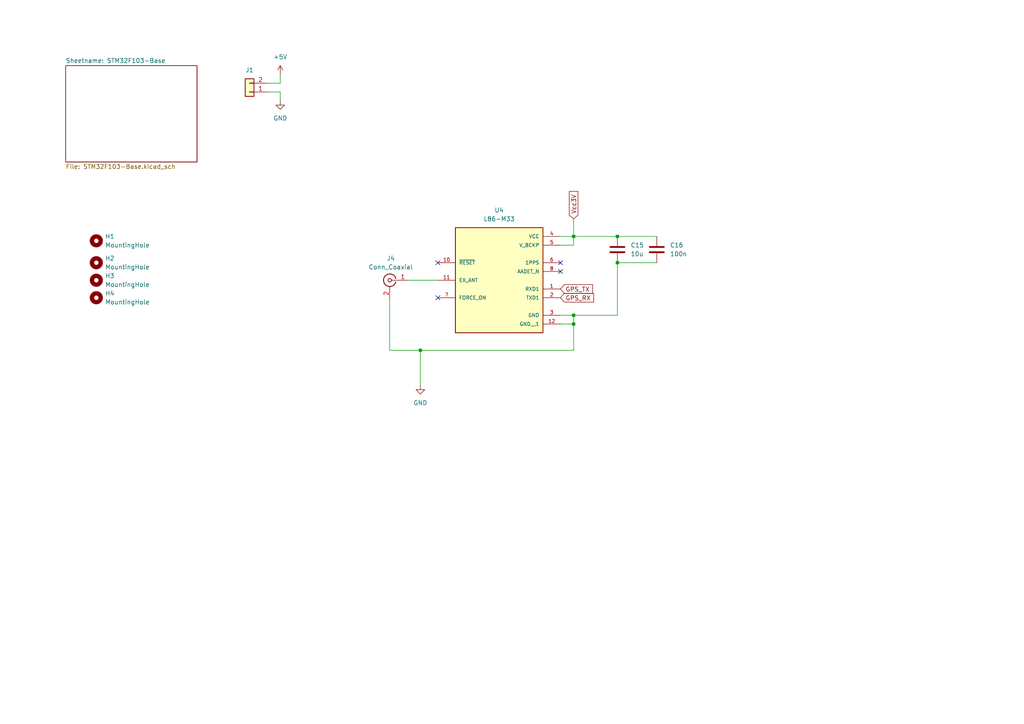
<source format=kicad_sch>
(kicad_sch
	(version 20250114)
	(generator "eeschema")
	(generator_version "9.0")
	(uuid "b861d50b-e299-45b1-8ac6-b063666949ca")
	(paper "A4")
	(lib_symbols
		(symbol "Connector:Conn_Coaxial"
			(pin_names
				(offset 1.016)
				(hide yes)
			)
			(exclude_from_sim no)
			(in_bom yes)
			(on_board yes)
			(property "Reference" "J"
				(at 0.254 3.048 0)
				(effects
					(font
						(size 1.27 1.27)
					)
				)
			)
			(property "Value" "Conn_Coaxial"
				(at 2.921 0 90)
				(effects
					(font
						(size 1.27 1.27)
					)
				)
			)
			(property "Footprint" ""
				(at 0 0 0)
				(effects
					(font
						(size 1.27 1.27)
					)
					(hide yes)
				)
			)
			(property "Datasheet" "~"
				(at 0 0 0)
				(effects
					(font
						(size 1.27 1.27)
					)
					(hide yes)
				)
			)
			(property "Description" "coaxial connector (BNC, SMA, SMB, SMC, Cinch/RCA, LEMO, ...)"
				(at 0 0 0)
				(effects
					(font
						(size 1.27 1.27)
					)
					(hide yes)
				)
			)
			(property "ki_keywords" "BNC SMA SMB SMC LEMO coaxial connector CINCH RCA MCX MMCX U.FL UMRF"
				(at 0 0 0)
				(effects
					(font
						(size 1.27 1.27)
					)
					(hide yes)
				)
			)
			(property "ki_fp_filters" "*BNC* *SMA* *SMB* *SMC* *Cinch* *LEMO* *UMRF* *MCX* *U.FL*"
				(at 0 0 0)
				(effects
					(font
						(size 1.27 1.27)
					)
					(hide yes)
				)
			)
			(symbol "Conn_Coaxial_0_1"
				(polyline
					(pts
						(xy -2.54 0) (xy -0.508 0)
					)
					(stroke
						(width 0)
						(type default)
					)
					(fill
						(type none)
					)
				)
				(arc
					(start 1.778 0)
					(mid 0.222 -1.8079)
					(end -1.778 -0.508)
					(stroke
						(width 0.254)
						(type default)
					)
					(fill
						(type none)
					)
				)
				(arc
					(start -1.778 0.508)
					(mid 0.2221 1.8084)
					(end 1.778 0)
					(stroke
						(width 0.254)
						(type default)
					)
					(fill
						(type none)
					)
				)
				(circle
					(center 0 0)
					(radius 0.508)
					(stroke
						(width 0.2032)
						(type default)
					)
					(fill
						(type none)
					)
				)
				(polyline
					(pts
						(xy 0 -2.54) (xy 0 -1.778)
					)
					(stroke
						(width 0)
						(type default)
					)
					(fill
						(type none)
					)
				)
			)
			(symbol "Conn_Coaxial_1_1"
				(pin passive line
					(at -5.08 0 0)
					(length 2.54)
					(name "In"
						(effects
							(font
								(size 1.27 1.27)
							)
						)
					)
					(number "1"
						(effects
							(font
								(size 1.27 1.27)
							)
						)
					)
				)
				(pin passive line
					(at 0 -5.08 90)
					(length 2.54)
					(name "Ext"
						(effects
							(font
								(size 1.27 1.27)
							)
						)
					)
					(number "2"
						(effects
							(font
								(size 1.27 1.27)
							)
						)
					)
				)
			)
			(embedded_fonts no)
		)
		(symbol "Connector_Generic:Conn_01x02"
			(pin_names
				(offset 1.016)
				(hide yes)
			)
			(exclude_from_sim no)
			(in_bom yes)
			(on_board yes)
			(property "Reference" "J"
				(at 0 2.54 0)
				(effects
					(font
						(size 1.27 1.27)
					)
				)
			)
			(property "Value" "Conn_01x02"
				(at 0 -5.08 0)
				(effects
					(font
						(size 1.27 1.27)
					)
				)
			)
			(property "Footprint" ""
				(at 0 0 0)
				(effects
					(font
						(size 1.27 1.27)
					)
					(hide yes)
				)
			)
			(property "Datasheet" "~"
				(at 0 0 0)
				(effects
					(font
						(size 1.27 1.27)
					)
					(hide yes)
				)
			)
			(property "Description" "Generic connector, single row, 01x02, script generated (kicad-library-utils/schlib/autogen/connector/)"
				(at 0 0 0)
				(effects
					(font
						(size 1.27 1.27)
					)
					(hide yes)
				)
			)
			(property "ki_keywords" "connector"
				(at 0 0 0)
				(effects
					(font
						(size 1.27 1.27)
					)
					(hide yes)
				)
			)
			(property "ki_fp_filters" "Connector*:*_1x??_*"
				(at 0 0 0)
				(effects
					(font
						(size 1.27 1.27)
					)
					(hide yes)
				)
			)
			(symbol "Conn_01x02_1_1"
				(rectangle
					(start -1.27 1.27)
					(end 1.27 -3.81)
					(stroke
						(width 0.254)
						(type default)
					)
					(fill
						(type background)
					)
				)
				(rectangle
					(start -1.27 0.127)
					(end 0 -0.127)
					(stroke
						(width 0.1524)
						(type default)
					)
					(fill
						(type none)
					)
				)
				(rectangle
					(start -1.27 -2.413)
					(end 0 -2.667)
					(stroke
						(width 0.1524)
						(type default)
					)
					(fill
						(type none)
					)
				)
				(pin passive line
					(at -5.08 0 0)
					(length 3.81)
					(name "Pin_1"
						(effects
							(font
								(size 1.27 1.27)
							)
						)
					)
					(number "1"
						(effects
							(font
								(size 1.27 1.27)
							)
						)
					)
				)
				(pin passive line
					(at -5.08 -2.54 0)
					(length 3.81)
					(name "Pin_2"
						(effects
							(font
								(size 1.27 1.27)
							)
						)
					)
					(number "2"
						(effects
							(font
								(size 1.27 1.27)
							)
						)
					)
				)
			)
			(embedded_fonts no)
		)
		(symbol "Device:C"
			(pin_numbers
				(hide yes)
			)
			(pin_names
				(offset 0.254)
			)
			(exclude_from_sim no)
			(in_bom yes)
			(on_board yes)
			(property "Reference" "C"
				(at 0.635 2.54 0)
				(effects
					(font
						(size 1.27 1.27)
					)
					(justify left)
				)
			)
			(property "Value" "C"
				(at 0.635 -2.54 0)
				(effects
					(font
						(size 1.27 1.27)
					)
					(justify left)
				)
			)
			(property "Footprint" ""
				(at 0.9652 -3.81 0)
				(effects
					(font
						(size 1.27 1.27)
					)
					(hide yes)
				)
			)
			(property "Datasheet" "~"
				(at 0 0 0)
				(effects
					(font
						(size 1.27 1.27)
					)
					(hide yes)
				)
			)
			(property "Description" "Unpolarized capacitor"
				(at 0 0 0)
				(effects
					(font
						(size 1.27 1.27)
					)
					(hide yes)
				)
			)
			(property "ki_keywords" "cap capacitor"
				(at 0 0 0)
				(effects
					(font
						(size 1.27 1.27)
					)
					(hide yes)
				)
			)
			(property "ki_fp_filters" "C_*"
				(at 0 0 0)
				(effects
					(font
						(size 1.27 1.27)
					)
					(hide yes)
				)
			)
			(symbol "C_0_1"
				(polyline
					(pts
						(xy -2.032 0.762) (xy 2.032 0.762)
					)
					(stroke
						(width 0.508)
						(type default)
					)
					(fill
						(type none)
					)
				)
				(polyline
					(pts
						(xy -2.032 -0.762) (xy 2.032 -0.762)
					)
					(stroke
						(width 0.508)
						(type default)
					)
					(fill
						(type none)
					)
				)
			)
			(symbol "C_1_1"
				(pin passive line
					(at 0 3.81 270)
					(length 2.794)
					(name "~"
						(effects
							(font
								(size 1.27 1.27)
							)
						)
					)
					(number "1"
						(effects
							(font
								(size 1.27 1.27)
							)
						)
					)
				)
				(pin passive line
					(at 0 -3.81 90)
					(length 2.794)
					(name "~"
						(effects
							(font
								(size 1.27 1.27)
							)
						)
					)
					(number "2"
						(effects
							(font
								(size 1.27 1.27)
							)
						)
					)
				)
			)
			(embedded_fonts no)
		)
		(symbol "GPS:L86-M33"
			(pin_names
				(offset 1.016)
			)
			(exclude_from_sim no)
			(in_bom yes)
			(on_board yes)
			(property "Reference" "U"
				(at -12.7042 12.7042 0)
				(effects
					(font
						(size 1.27 1.27)
					)
					(justify left bottom)
				)
			)
			(property "Value" "L86-M33"
				(at -12.7212 -20.3497 0)
				(effects
					(font
						(size 1.27 1.27)
					)
					(justify left bottom)
				)
			)
			(property "Footprint" "L86-M33:XCVR_L86-M33"
				(at 0 0 0)
				(effects
					(font
						(size 1.27 1.27)
					)
					(justify bottom)
					(hide yes)
				)
			)
			(property "Datasheet" ""
				(at 0 0 0)
				(effects
					(font
						(size 1.27 1.27)
					)
					(hide yes)
				)
			)
			(property "Description" "L86 is an ultra-compact GNSS POT _Patch on Top_ module with an embedded 18.4mm × 18.4mm × 4.0mm patch antenna and utilizes the MediaTek new generation GNSS chipset MT3333 that achieves the perfect performance"
				(at 0 0 0)
				(effects
					(font
						(size 1.27 1.27)
					)
					(justify bottom)
					(hide yes)
				)
			)
			(property "MF" "Quectel"
				(at 0 0 0)
				(effects
					(font
						(size 1.27 1.27)
					)
					(justify bottom)
					(hide yes)
				)
			)
			(property "PACKAGE" "None"
				(at 0 0 0)
				(effects
					(font
						(size 1.27 1.27)
					)
					(justify bottom)
					(hide yes)
				)
			)
			(property "PRICE" "None"
				(at 0 0 0)
				(effects
					(font
						(size 1.27 1.27)
					)
					(justify bottom)
					(hide yes)
				)
			)
			(property "MP" "L86"
				(at 0 0 0)
				(effects
					(font
						(size 1.27 1.27)
					)
					(justify bottom)
					(hide yes)
				)
			)
			(property "AVAILABILITY" "Unavailable"
				(at 0 0 0)
				(effects
					(font
						(size 1.27 1.27)
					)
					(justify bottom)
					(hide yes)
				)
			)
			(symbol "L86-M33_0_0"
				(rectangle
					(start -12.7 -17.78)
					(end 12.7 12.7)
					(stroke
						(width 0.254)
						(type default)
					)
					(fill
						(type background)
					)
				)
				(pin input line
					(at -17.78 2.54 0)
					(length 5.08)
					(name "~{RESET}"
						(effects
							(font
								(size 1.016 1.016)
							)
						)
					)
					(number "10"
						(effects
							(font
								(size 1.016 1.016)
							)
						)
					)
				)
				(pin input line
					(at -17.78 -2.54 0)
					(length 5.08)
					(name "EX_ANT"
						(effects
							(font
								(size 1.016 1.016)
							)
						)
					)
					(number "11"
						(effects
							(font
								(size 1.016 1.016)
							)
						)
					)
				)
				(pin input line
					(at -17.78 -7.62 0)
					(length 5.08)
					(name "FORCE_ON"
						(effects
							(font
								(size 1.016 1.016)
							)
						)
					)
					(number "7"
						(effects
							(font
								(size 1.016 1.016)
							)
						)
					)
				)
				(pin power_in line
					(at 17.78 10.16 180)
					(length 5.08)
					(name "VCC"
						(effects
							(font
								(size 1.016 1.016)
							)
						)
					)
					(number "4"
						(effects
							(font
								(size 1.016 1.016)
							)
						)
					)
				)
				(pin power_in line
					(at 17.78 7.62 180)
					(length 5.08)
					(name "V_BCKP"
						(effects
							(font
								(size 1.016 1.016)
							)
						)
					)
					(number "5"
						(effects
							(font
								(size 1.016 1.016)
							)
						)
					)
				)
				(pin output line
					(at 17.78 2.54 180)
					(length 5.08)
					(name "1PPS"
						(effects
							(font
								(size 1.016 1.016)
							)
						)
					)
					(number "6"
						(effects
							(font
								(size 1.016 1.016)
							)
						)
					)
				)
				(pin output line
					(at 17.78 0 180)
					(length 5.08)
					(name "AADET_N"
						(effects
							(font
								(size 1.016 1.016)
							)
						)
					)
					(number "8"
						(effects
							(font
								(size 1.016 1.016)
							)
						)
					)
				)
				(pin input line
					(at 17.78 -5.08 180)
					(length 5.08)
					(name "RXD1"
						(effects
							(font
								(size 1.016 1.016)
							)
						)
					)
					(number "1"
						(effects
							(font
								(size 1.016 1.016)
							)
						)
					)
				)
				(pin output line
					(at 17.78 -7.62 180)
					(length 5.08)
					(name "TXD1"
						(effects
							(font
								(size 1.016 1.016)
							)
						)
					)
					(number "2"
						(effects
							(font
								(size 1.016 1.016)
							)
						)
					)
				)
				(pin passive line
					(at 17.78 -12.7 180)
					(length 5.08)
					(name "GND"
						(effects
							(font
								(size 1.016 1.016)
							)
						)
					)
					(number "3"
						(effects
							(font
								(size 1.016 1.016)
							)
						)
					)
				)
				(pin passive line
					(at 17.78 -15.24 180)
					(length 5.08)
					(name "GND__1"
						(effects
							(font
								(size 1.016 1.016)
							)
						)
					)
					(number "12"
						(effects
							(font
								(size 1.016 1.016)
							)
						)
					)
				)
			)
			(embedded_fonts no)
		)
		(symbol "Mechanical:MountingHole"
			(pin_names
				(offset 1.016)
			)
			(exclude_from_sim yes)
			(in_bom no)
			(on_board yes)
			(property "Reference" "H"
				(at 0 5.08 0)
				(effects
					(font
						(size 1.27 1.27)
					)
				)
			)
			(property "Value" "MountingHole"
				(at 0 3.175 0)
				(effects
					(font
						(size 1.27 1.27)
					)
				)
			)
			(property "Footprint" ""
				(at 0 0 0)
				(effects
					(font
						(size 1.27 1.27)
					)
					(hide yes)
				)
			)
			(property "Datasheet" "~"
				(at 0 0 0)
				(effects
					(font
						(size 1.27 1.27)
					)
					(hide yes)
				)
			)
			(property "Description" "Mounting Hole without connection"
				(at 0 0 0)
				(effects
					(font
						(size 1.27 1.27)
					)
					(hide yes)
				)
			)
			(property "ki_keywords" "mounting hole"
				(at 0 0 0)
				(effects
					(font
						(size 1.27 1.27)
					)
					(hide yes)
				)
			)
			(property "ki_fp_filters" "MountingHole*"
				(at 0 0 0)
				(effects
					(font
						(size 1.27 1.27)
					)
					(hide yes)
				)
			)
			(symbol "MountingHole_0_1"
				(circle
					(center 0 0)
					(radius 1.27)
					(stroke
						(width 1.27)
						(type default)
					)
					(fill
						(type none)
					)
				)
			)
			(embedded_fonts no)
		)
		(symbol "power:+5V"
			(power)
			(pin_numbers
				(hide yes)
			)
			(pin_names
				(offset 0)
				(hide yes)
			)
			(exclude_from_sim no)
			(in_bom yes)
			(on_board yes)
			(property "Reference" "#PWR"
				(at 0 -3.81 0)
				(effects
					(font
						(size 1.27 1.27)
					)
					(hide yes)
				)
			)
			(property "Value" "+5V"
				(at 0 3.556 0)
				(effects
					(font
						(size 1.27 1.27)
					)
				)
			)
			(property "Footprint" ""
				(at 0 0 0)
				(effects
					(font
						(size 1.27 1.27)
					)
					(hide yes)
				)
			)
			(property "Datasheet" ""
				(at 0 0 0)
				(effects
					(font
						(size 1.27 1.27)
					)
					(hide yes)
				)
			)
			(property "Description" "Power symbol creates a global label with name \"+5V\""
				(at 0 0 0)
				(effects
					(font
						(size 1.27 1.27)
					)
					(hide yes)
				)
			)
			(property "ki_keywords" "global power"
				(at 0 0 0)
				(effects
					(font
						(size 1.27 1.27)
					)
					(hide yes)
				)
			)
			(symbol "+5V_0_1"
				(polyline
					(pts
						(xy -0.762 1.27) (xy 0 2.54)
					)
					(stroke
						(width 0)
						(type default)
					)
					(fill
						(type none)
					)
				)
				(polyline
					(pts
						(xy 0 2.54) (xy 0.762 1.27)
					)
					(stroke
						(width 0)
						(type default)
					)
					(fill
						(type none)
					)
				)
				(polyline
					(pts
						(xy 0 0) (xy 0 2.54)
					)
					(stroke
						(width 0)
						(type default)
					)
					(fill
						(type none)
					)
				)
			)
			(symbol "+5V_1_1"
				(pin power_in line
					(at 0 0 90)
					(length 0)
					(name "~"
						(effects
							(font
								(size 1.27 1.27)
							)
						)
					)
					(number "1"
						(effects
							(font
								(size 1.27 1.27)
							)
						)
					)
				)
			)
			(embedded_fonts no)
		)
		(symbol "power:GND"
			(power)
			(pin_numbers
				(hide yes)
			)
			(pin_names
				(offset 0)
				(hide yes)
			)
			(exclude_from_sim no)
			(in_bom yes)
			(on_board yes)
			(property "Reference" "#PWR"
				(at 0 -6.35 0)
				(effects
					(font
						(size 1.27 1.27)
					)
					(hide yes)
				)
			)
			(property "Value" "GND"
				(at 0 -3.81 0)
				(effects
					(font
						(size 1.27 1.27)
					)
				)
			)
			(property "Footprint" ""
				(at 0 0 0)
				(effects
					(font
						(size 1.27 1.27)
					)
					(hide yes)
				)
			)
			(property "Datasheet" ""
				(at 0 0 0)
				(effects
					(font
						(size 1.27 1.27)
					)
					(hide yes)
				)
			)
			(property "Description" "Power symbol creates a global label with name \"GND\" , ground"
				(at 0 0 0)
				(effects
					(font
						(size 1.27 1.27)
					)
					(hide yes)
				)
			)
			(property "ki_keywords" "global power"
				(at 0 0 0)
				(effects
					(font
						(size 1.27 1.27)
					)
					(hide yes)
				)
			)
			(symbol "GND_0_1"
				(polyline
					(pts
						(xy 0 0) (xy 0 -1.27) (xy 1.27 -1.27) (xy 0 -2.54) (xy -1.27 -1.27) (xy 0 -1.27)
					)
					(stroke
						(width 0)
						(type default)
					)
					(fill
						(type none)
					)
				)
			)
			(symbol "GND_1_1"
				(pin power_in line
					(at 0 0 270)
					(length 0)
					(name "~"
						(effects
							(font
								(size 1.27 1.27)
							)
						)
					)
					(number "1"
						(effects
							(font
								(size 1.27 1.27)
							)
						)
					)
				)
			)
			(embedded_fonts no)
		)
	)
	(junction
		(at 179.07 76.2)
		(diameter 0)
		(color 0 0 0 0)
		(uuid "21b8b39f-9346-4956-9bbc-f2135b92c9da")
	)
	(junction
		(at 166.37 91.44)
		(diameter 0)
		(color 0 0 0 0)
		(uuid "56cf4524-557d-4106-90c6-fa7173875250")
	)
	(junction
		(at 166.37 68.58)
		(diameter 0)
		(color 0 0 0 0)
		(uuid "74e6db9f-2871-4aea-9aea-9577b9bb7964")
	)
	(junction
		(at 179.07 68.58)
		(diameter 0)
		(color 0 0 0 0)
		(uuid "75a4692b-d793-440e-94cf-0d26a7037ab6")
	)
	(junction
		(at 166.37 93.98)
		(diameter 0)
		(color 0 0 0 0)
		(uuid "7a2c7009-d11f-47cb-aeaa-284dab61fc47")
	)
	(junction
		(at 121.92 101.6)
		(diameter 0)
		(color 0 0 0 0)
		(uuid "f5ccf3b3-ab17-45b6-a951-16a333497d2d")
	)
	(no_connect
		(at 127 76.2)
		(uuid "2174ede5-8db4-44ad-8821-b69679d1a5ff")
	)
	(no_connect
		(at 162.56 78.74)
		(uuid "59fdff5e-0a65-4c80-afd3-914e51e67dce")
	)
	(no_connect
		(at 162.56 76.2)
		(uuid "9e03b6de-d391-4d5b-86f9-145f65e28c68")
	)
	(no_connect
		(at 127 86.36)
		(uuid "d6e6d703-9e76-4a55-8b02-3a3b66a0b52e")
	)
	(wire
		(pts
			(xy 166.37 101.6) (xy 166.37 93.98)
		)
		(stroke
			(width 0)
			(type default)
		)
		(uuid "0beb5290-56f2-4ce8-8200-d366b65e40a9")
	)
	(wire
		(pts
			(xy 77.47 24.13) (xy 81.28 24.13)
		)
		(stroke
			(width 0)
			(type default)
		)
		(uuid "10e82128-6261-4894-9ab9-e2a52697988a")
	)
	(wire
		(pts
			(xy 162.56 93.98) (xy 166.37 93.98)
		)
		(stroke
			(width 0)
			(type default)
		)
		(uuid "19894934-62d2-4364-a20b-70aa301a6154")
	)
	(wire
		(pts
			(xy 162.56 71.12) (xy 166.37 71.12)
		)
		(stroke
			(width 0)
			(type default)
		)
		(uuid "22b88430-a772-44fe-9c34-34dbc403fe41")
	)
	(wire
		(pts
			(xy 179.07 91.44) (xy 166.37 91.44)
		)
		(stroke
			(width 0)
			(type default)
		)
		(uuid "24ef7035-218d-414f-b66a-af0a431f62ae")
	)
	(wire
		(pts
			(xy 166.37 63.5) (xy 166.37 68.58)
		)
		(stroke
			(width 0)
			(type default)
		)
		(uuid "299794d3-c4ad-4c1b-ad69-f0fca6180684")
	)
	(wire
		(pts
			(xy 166.37 68.58) (xy 179.07 68.58)
		)
		(stroke
			(width 0)
			(type default)
		)
		(uuid "42a17dae-1834-441a-a4ef-c932be53f65b")
	)
	(wire
		(pts
			(xy 179.07 76.2) (xy 190.5 76.2)
		)
		(stroke
			(width 0)
			(type default)
		)
		(uuid "43c36ade-d03a-4c5e-8e89-26cd6d171ba4")
	)
	(wire
		(pts
			(xy 121.92 101.6) (xy 121.92 111.76)
		)
		(stroke
			(width 0)
			(type default)
		)
		(uuid "4e906a58-74eb-4f68-80c0-c174580bdf44")
	)
	(wire
		(pts
			(xy 121.92 101.6) (xy 166.37 101.6)
		)
		(stroke
			(width 0)
			(type default)
		)
		(uuid "74e83d99-4320-45c5-9d2b-6e705fd26406")
	)
	(wire
		(pts
			(xy 166.37 91.44) (xy 166.37 93.98)
		)
		(stroke
			(width 0)
			(type default)
		)
		(uuid "777ea568-dff0-4bf3-b84b-39f8647e84ca")
	)
	(wire
		(pts
			(xy 166.37 71.12) (xy 166.37 68.58)
		)
		(stroke
			(width 0)
			(type default)
		)
		(uuid "7fdf9e9c-a27a-4973-b295-37e023ba71ab")
	)
	(wire
		(pts
			(xy 179.07 68.58) (xy 190.5 68.58)
		)
		(stroke
			(width 0)
			(type default)
		)
		(uuid "840aec24-3b74-4609-9231-703112c5af54")
	)
	(wire
		(pts
			(xy 113.03 86.36) (xy 113.03 101.6)
		)
		(stroke
			(width 0)
			(type default)
		)
		(uuid "b620db97-dc64-4755-a850-21c960c4771a")
	)
	(wire
		(pts
			(xy 118.11 81.28) (xy 127 81.28)
		)
		(stroke
			(width 0)
			(type default)
		)
		(uuid "bd046cc4-ffb6-4134-8fff-eee8d6d75267")
	)
	(wire
		(pts
			(xy 166.37 91.44) (xy 162.56 91.44)
		)
		(stroke
			(width 0)
			(type default)
		)
		(uuid "c0a9f7da-66f5-4424-9093-5c496da7421b")
	)
	(wire
		(pts
			(xy 81.28 24.13) (xy 81.28 21.59)
		)
		(stroke
			(width 0)
			(type default)
		)
		(uuid "c553cc13-f519-4e31-b8a8-ac3abf6c4455")
	)
	(wire
		(pts
			(xy 179.07 76.2) (xy 179.07 91.44)
		)
		(stroke
			(width 0)
			(type default)
		)
		(uuid "d12573a2-d6fa-4d38-a6bb-87149ca8eac4")
	)
	(wire
		(pts
			(xy 113.03 101.6) (xy 121.92 101.6)
		)
		(stroke
			(width 0)
			(type default)
		)
		(uuid "f192e747-f24b-444a-818d-5b20401f77fb")
	)
	(wire
		(pts
			(xy 77.47 26.67) (xy 81.28 26.67)
		)
		(stroke
			(width 0)
			(type default)
		)
		(uuid "f5b645fd-f7df-4000-8190-3b069053f642")
	)
	(wire
		(pts
			(xy 81.28 26.67) (xy 81.28 29.21)
		)
		(stroke
			(width 0)
			(type default)
		)
		(uuid "f971e9bb-d429-4312-a50b-dd50ddcce3cb")
	)
	(wire
		(pts
			(xy 162.56 68.58) (xy 166.37 68.58)
		)
		(stroke
			(width 0)
			(type default)
		)
		(uuid "fece9738-e126-4916-8f84-75892098ad2d")
	)
	(global_label "GPS_RX"
		(shape input)
		(at 162.56 86.36 0)
		(fields_autoplaced yes)
		(effects
			(font
				(size 1.27 1.27)
			)
			(justify left)
		)
		(uuid "77ebf198-aa6e-48e5-b5c9-53510b97aa40")
		(property "Intersheetrefs" "${INTERSHEET_REFS}"
			(at 172.7418 86.36 0)
			(effects
				(font
					(size 1.27 1.27)
				)
				(justify left)
				(hide yes)
			)
		)
	)
	(global_label "GPS_TX"
		(shape input)
		(at 162.56 83.82 0)
		(fields_autoplaced yes)
		(effects
			(font
				(size 1.27 1.27)
			)
			(justify left)
		)
		(uuid "cabf59de-652e-4c37-a08d-017847bdbc40")
		(property "Intersheetrefs" "${INTERSHEET_REFS}"
			(at 172.4394 83.82 0)
			(effects
				(font
					(size 1.27 1.27)
				)
				(justify left)
				(hide yes)
			)
		)
	)
	(global_label "Vcc3V"
		(shape input)
		(at 166.37 63.5 90)
		(fields_autoplaced yes)
		(effects
			(font
				(size 1.27 1.27)
			)
			(justify left)
		)
		(uuid "e3db3d47-f987-40d5-adf3-16d740bdb670")
		(property "Intersheetrefs" "${INTERSHEET_REFS}"
			(at 166.37 54.9509 90)
			(effects
				(font
					(size 1.27 1.27)
				)
				(justify left)
				(hide yes)
			)
		)
	)
	(symbol
		(lib_id "power:GND")
		(at 121.92 111.76 0)
		(unit 1)
		(exclude_from_sim no)
		(in_bom yes)
		(on_board yes)
		(dnp no)
		(fields_autoplaced yes)
		(uuid "140eff23-0fba-4285-8ca3-04a64c90be04")
		(property "Reference" "#PWR018"
			(at 121.92 118.11 0)
			(effects
				(font
					(size 1.27 1.27)
				)
				(hide yes)
			)
		)
		(property "Value" "GND"
			(at 121.92 116.84 0)
			(effects
				(font
					(size 1.27 1.27)
				)
			)
		)
		(property "Footprint" ""
			(at 121.92 111.76 0)
			(effects
				(font
					(size 1.27 1.27)
				)
				(hide yes)
			)
		)
		(property "Datasheet" ""
			(at 121.92 111.76 0)
			(effects
				(font
					(size 1.27 1.27)
				)
				(hide yes)
			)
		)
		(property "Description" "Power symbol creates a global label with name \"GND\" , ground"
			(at 121.92 111.76 0)
			(effects
				(font
					(size 1.27 1.27)
				)
				(hide yes)
			)
		)
		(pin "1"
			(uuid "7a1953e8-23aa-4727-a707-d4eabcb72470")
		)
		(instances
			(project ""
				(path "/b861d50b-e299-45b1-8ac6-b063666949ca"
					(reference "#PWR018")
					(unit 1)
				)
			)
		)
	)
	(symbol
		(lib_id "GPS:L86-M33")
		(at 144.78 78.74 0)
		(unit 1)
		(exclude_from_sim no)
		(in_bom yes)
		(on_board yes)
		(dnp no)
		(fields_autoplaced yes)
		(uuid "1bf788b4-b851-4bf1-a4de-dc5a92478e78")
		(property "Reference" "U4"
			(at 144.78 60.96 0)
			(effects
				(font
					(size 1.27 1.27)
				)
			)
		)
		(property "Value" "L86-M33"
			(at 144.78 63.5 0)
			(effects
				(font
					(size 1.27 1.27)
				)
			)
		)
		(property "Footprint" "L86-M33:XCVR_L86-M33"
			(at 144.78 78.74 0)
			(effects
				(font
					(size 1.27 1.27)
				)
				(justify bottom)
				(hide yes)
			)
		)
		(property "Datasheet" ""
			(at 144.78 78.74 0)
			(effects
				(font
					(size 1.27 1.27)
				)
				(hide yes)
			)
		)
		(property "Description" "L86 is an ultra-compact GNSS POT _Patch on Top_ module with an embedded 18.4mm × 18.4mm × 4.0mm patch antenna and utilizes the MediaTek new generation GNSS chipset MT3333 that achieves the perfect performance"
			(at 144.78 78.74 0)
			(effects
				(font
					(size 1.27 1.27)
				)
				(justify bottom)
				(hide yes)
			)
		)
		(property "MF" "Quectel"
			(at 144.78 78.74 0)
			(effects
				(font
					(size 1.27 1.27)
				)
				(justify bottom)
				(hide yes)
			)
		)
		(property "PACKAGE" "None"
			(at 144.78 78.74 0)
			(effects
				(font
					(size 1.27 1.27)
				)
				(justify bottom)
				(hide yes)
			)
		)
		(property "PRICE" "None"
			(at 144.78 78.74 0)
			(effects
				(font
					(size 1.27 1.27)
				)
				(justify bottom)
				(hide yes)
			)
		)
		(property "MP" "L86"
			(at 144.78 78.74 0)
			(effects
				(font
					(size 1.27 1.27)
				)
				(justify bottom)
				(hide yes)
			)
		)
		(property "AVAILABILITY" "Unavailable"
			(at 144.78 78.74 0)
			(effects
				(font
					(size 1.27 1.27)
				)
				(justify bottom)
				(hide yes)
			)
		)
		(property "Digikey Part Number" "2958-L86-M33CT-ND"
			(at 144.78 78.74 0)
			(effects
				(font
					(size 1.27 1.27)
				)
				(hide yes)
			)
		)
		(pin "10"
			(uuid "141ad8ac-3338-4c1b-84af-b4f62f4ff452")
		)
		(pin "7"
			(uuid "73009435-6359-4a16-9602-3d0dc505c4aa")
		)
		(pin "8"
			(uuid "2a8f618b-f7d3-4221-9495-dc8df958cf19")
		)
		(pin "11"
			(uuid "b41107d8-34e1-4908-b7ef-cd5fc7c85094")
		)
		(pin "4"
			(uuid "47706a96-1731-406d-aa08-9bc7d838fa84")
		)
		(pin "5"
			(uuid "5000ba1b-b002-433d-995d-5bfa54c567aa")
		)
		(pin "6"
			(uuid "97625cd4-5328-4a49-9867-c7cca5730a02")
		)
		(pin "2"
			(uuid "e0cfd3eb-c9fa-4be7-a996-3a23757d060d")
		)
		(pin "12"
			(uuid "ea8bc52f-1491-4ea2-bf6e-fbc627d9da63")
		)
		(pin "1"
			(uuid "d06e7047-499b-416c-87a2-4f267da3d7fe")
		)
		(pin "3"
			(uuid "108745f2-1c72-4784-91a1-006a91b7a878")
		)
		(instances
			(project ""
				(path "/b861d50b-e299-45b1-8ac6-b063666949ca"
					(reference "U4")
					(unit 1)
				)
			)
		)
	)
	(symbol
		(lib_id "Connector:Conn_Coaxial")
		(at 113.03 81.28 0)
		(mirror y)
		(unit 1)
		(exclude_from_sim no)
		(in_bom yes)
		(on_board yes)
		(dnp no)
		(fields_autoplaced yes)
		(uuid "35ae3f30-9935-4eb8-ba5c-8e5e881f8b1d")
		(property "Reference" "J4"
			(at 113.3474 74.93 0)
			(effects
				(font
					(size 1.27 1.27)
				)
			)
		)
		(property "Value" "Conn_Coaxial"
			(at 113.3474 77.47 0)
			(effects
				(font
					(size 1.27 1.27)
				)
			)
		)
		(property "Footprint" "SMA:GRADCONN_RFPC-SMA28-F"
			(at 113.03 81.28 0)
			(effects
				(font
					(size 1.27 1.27)
				)
				(hide yes)
			)
		)
		(property "Datasheet" "~"
			(at 113.03 81.28 0)
			(effects
				(font
					(size 1.27 1.27)
				)
				(hide yes)
			)
		)
		(property "Description" "coaxial connector (BNC, SMA, SMB, SMC, Cinch/RCA, LEMO, ...)"
			(at 113.03 81.28 0)
			(effects
				(font
					(size 1.27 1.27)
				)
				(hide yes)
			)
		)
		(property "Digikey Part Number" "2072-RFPC-SMA28-F-ND"
			(at 113.03 81.28 0)
			(effects
				(font
					(size 1.27 1.27)
				)
				(hide yes)
			)
		)
		(pin "2"
			(uuid "1f8528ca-6c1c-4fe0-bd68-7610234bee0a")
		)
		(pin "1"
			(uuid "674a9265-1276-408f-895e-15e549031df1")
		)
		(instances
			(project ""
				(path "/b861d50b-e299-45b1-8ac6-b063666949ca"
					(reference "J4")
					(unit 1)
				)
			)
		)
	)
	(symbol
		(lib_id "Device:C")
		(at 179.07 72.39 0)
		(unit 1)
		(exclude_from_sim no)
		(in_bom yes)
		(on_board yes)
		(dnp no)
		(fields_autoplaced yes)
		(uuid "51de2d40-1ff7-48ef-b279-643b5a018d63")
		(property "Reference" "C15"
			(at 182.88 71.1199 0)
			(effects
				(font
					(size 1.27 1.27)
				)
				(justify left)
			)
		)
		(property "Value" "10u"
			(at 182.88 73.6599 0)
			(effects
				(font
					(size 1.27 1.27)
				)
				(justify left)
			)
		)
		(property "Footprint" "Capacitor_SMD:C_0603_1608Metric_Pad1.08x0.95mm_HandSolder"
			(at 180.0352 76.2 0)
			(effects
				(font
					(size 1.27 1.27)
				)
				(hide yes)
			)
		)
		(property "Datasheet" "~"
			(at 179.07 72.39 0)
			(effects
				(font
					(size 1.27 1.27)
				)
				(hide yes)
			)
		)
		(property "Description" "Unpolarized capacitor"
			(at 179.07 72.39 0)
			(effects
				(font
					(size 1.27 1.27)
				)
				(hide yes)
			)
		)
		(property "Digikey Part Number" "490-3896-1-ND"
			(at 179.07 72.39 0)
			(effects
				(font
					(size 1.27 1.27)
				)
				(hide yes)
			)
		)
		(pin "2"
			(uuid "529d20c8-750c-4446-9d79-7d9f6ed92969")
		)
		(pin "1"
			(uuid "6f08bddd-24d9-4b07-83c6-ef5ca88a3852")
		)
		(instances
			(project "GPS"
				(path "/b861d50b-e299-45b1-8ac6-b063666949ca"
					(reference "C15")
					(unit 1)
				)
			)
		)
	)
	(symbol
		(lib_id "Connector_Generic:Conn_01x02")
		(at 72.39 26.67 180)
		(unit 1)
		(exclude_from_sim no)
		(in_bom yes)
		(on_board yes)
		(dnp no)
		(fields_autoplaced yes)
		(uuid "787b881c-bcff-45fb-a865-faa5a24ed527")
		(property "Reference" "J1"
			(at 72.39 20.32 0)
			(effects
				(font
					(size 1.27 1.27)
				)
			)
		)
		(property "Value" "S2B-PH-K-S"
			(at 73.6599 21.59 90)
			(effects
				(font
					(size 1.27 1.27)
				)
				(justify right)
				(hide yes)
			)
		)
		(property "Footprint" "Connector_PH:CONN_S2B-PH-K-S_JST-2x1-Female"
			(at 72.39 26.67 0)
			(effects
				(font
					(size 1.27 1.27)
				)
				(hide yes)
			)
		)
		(property "Datasheet" "https://www.jst-mfg.com/product/pdf/eng/ePH.pdf"
			(at 72.39 26.67 0)
			(effects
				(font
					(size 1.27 1.27)
				)
				(hide yes)
			)
		)
		(property "Description" "Generic connector, single row, 01x02, script generated (kicad-library-utils/schlib/autogen/connector/)"
			(at 72.39 26.67 0)
			(effects
				(font
					(size 1.27 1.27)
				)
				(hide yes)
			)
		)
		(property "Digikey Part Number" "455-1719-ND"
			(at 72.39 26.67 90)
			(effects
				(font
					(size 1.27 1.27)
				)
				(hide yes)
			)
		)
		(pin "1"
			(uuid "cee5b04b-67e0-4888-8c42-2e49e55de1cb")
		)
		(pin "2"
			(uuid "fc7d5aa6-66d6-4832-9770-4f52ab3ec517")
		)
		(instances
			(project ""
				(path "/b861d50b-e299-45b1-8ac6-b063666949ca"
					(reference "J1")
					(unit 1)
				)
			)
		)
	)
	(symbol
		(lib_id "power:GND")
		(at 81.28 29.21 0)
		(unit 1)
		(exclude_from_sim no)
		(in_bom yes)
		(on_board yes)
		(dnp no)
		(fields_autoplaced yes)
		(uuid "87f7fb5a-65df-49ae-ba49-cda7d46cb0b3")
		(property "Reference" "#PWR02"
			(at 81.28 35.56 0)
			(effects
				(font
					(size 1.27 1.27)
				)
				(hide yes)
			)
		)
		(property "Value" "GND"
			(at 81.28 34.29 0)
			(effects
				(font
					(size 1.27 1.27)
				)
			)
		)
		(property "Footprint" ""
			(at 81.28 29.21 0)
			(effects
				(font
					(size 1.27 1.27)
				)
				(hide yes)
			)
		)
		(property "Datasheet" ""
			(at 81.28 29.21 0)
			(effects
				(font
					(size 1.27 1.27)
				)
				(hide yes)
			)
		)
		(property "Description" "Power symbol creates a global label with name \"GND\" , ground"
			(at 81.28 29.21 0)
			(effects
				(font
					(size 1.27 1.27)
				)
				(hide yes)
			)
		)
		(pin "1"
			(uuid "711832f3-5f7b-4046-baf5-777ab367691e")
		)
		(instances
			(project ""
				(path "/b861d50b-e299-45b1-8ac6-b063666949ca"
					(reference "#PWR02")
					(unit 1)
				)
			)
		)
	)
	(symbol
		(lib_id "Mechanical:MountingHole")
		(at 27.94 76.2 0)
		(unit 1)
		(exclude_from_sim yes)
		(in_bom no)
		(on_board yes)
		(dnp no)
		(fields_autoplaced yes)
		(uuid "8b30d3e8-26c3-48de-979a-175e64c62704")
		(property "Reference" "H2"
			(at 30.48 74.9299 0)
			(effects
				(font
					(size 1.27 1.27)
				)
				(justify left)
			)
		)
		(property "Value" "MountingHole"
			(at 30.48 77.4699 0)
			(effects
				(font
					(size 1.27 1.27)
				)
				(justify left)
			)
		)
		(property "Footprint" "CustomMountingHole:Hole 8-32 Imperial"
			(at 27.94 76.2 0)
			(effects
				(font
					(size 1.27 1.27)
				)
				(hide yes)
			)
		)
		(property "Datasheet" "~"
			(at 27.94 76.2 0)
			(effects
				(font
					(size 1.27 1.27)
				)
				(hide yes)
			)
		)
		(property "Description" "Mounting Hole without connection"
			(at 27.94 76.2 0)
			(effects
				(font
					(size 1.27 1.27)
				)
				(hide yes)
			)
		)
		(property "Digikey Part Number" ""
			(at 27.94 76.2 0)
			(effects
				(font
					(size 1.27 1.27)
				)
				(hide yes)
			)
		)
		(instances
			(project "GPS"
				(path "/b861d50b-e299-45b1-8ac6-b063666949ca"
					(reference "H2")
					(unit 1)
				)
			)
		)
	)
	(symbol
		(lib_id "Mechanical:MountingHole")
		(at 27.94 69.85 0)
		(unit 1)
		(exclude_from_sim yes)
		(in_bom no)
		(on_board yes)
		(dnp no)
		(fields_autoplaced yes)
		(uuid "9c5e5c7b-21fb-46fc-9ea6-d9ff49a0bef9")
		(property "Reference" "H1"
			(at 30.48 68.5799 0)
			(effects
				(font
					(size 1.27 1.27)
				)
				(justify left)
			)
		)
		(property "Value" "MountingHole"
			(at 30.48 71.1199 0)
			(effects
				(font
					(size 1.27 1.27)
				)
				(justify left)
			)
		)
		(property "Footprint" "CustomMountingHole:Hole 8-32 Imperial"
			(at 27.94 69.85 0)
			(effects
				(font
					(size 1.27 1.27)
				)
				(hide yes)
			)
		)
		(property "Datasheet" "~"
			(at 27.94 69.85 0)
			(effects
				(font
					(size 1.27 1.27)
				)
				(hide yes)
			)
		)
		(property "Description" "Mounting Hole without connection"
			(at 27.94 69.85 0)
			(effects
				(font
					(size 1.27 1.27)
				)
				(hide yes)
			)
		)
		(instances
			(project ""
				(path "/b861d50b-e299-45b1-8ac6-b063666949ca"
					(reference "H1")
					(unit 1)
				)
			)
		)
	)
	(symbol
		(lib_id "Mechanical:MountingHole")
		(at 27.94 81.28 0)
		(unit 1)
		(exclude_from_sim yes)
		(in_bom no)
		(on_board yes)
		(dnp no)
		(fields_autoplaced yes)
		(uuid "d8445b94-287d-4934-b8fd-6215ed4a3994")
		(property "Reference" "H3"
			(at 30.48 80.0099 0)
			(effects
				(font
					(size 1.27 1.27)
				)
				(justify left)
			)
		)
		(property "Value" "MountingHole"
			(at 30.48 82.5499 0)
			(effects
				(font
					(size 1.27 1.27)
				)
				(justify left)
			)
		)
		(property "Footprint" "CustomMountingHole:Hole 8-32 Imperial"
			(at 27.94 81.28 0)
			(effects
				(font
					(size 1.27 1.27)
				)
				(hide yes)
			)
		)
		(property "Datasheet" "~"
			(at 27.94 81.28 0)
			(effects
				(font
					(size 1.27 1.27)
				)
				(hide yes)
			)
		)
		(property "Description" "Mounting Hole without connection"
			(at 27.94 81.28 0)
			(effects
				(font
					(size 1.27 1.27)
				)
				(hide yes)
			)
		)
		(instances
			(project "GPS"
				(path "/b861d50b-e299-45b1-8ac6-b063666949ca"
					(reference "H3")
					(unit 1)
				)
			)
		)
	)
	(symbol
		(lib_id "Device:C")
		(at 190.5 72.39 0)
		(unit 1)
		(exclude_from_sim no)
		(in_bom yes)
		(on_board yes)
		(dnp no)
		(fields_autoplaced yes)
		(uuid "df279a0d-d267-4cfe-abc5-983653e35c8d")
		(property "Reference" "C16"
			(at 194.31 71.1199 0)
			(effects
				(font
					(size 1.27 1.27)
				)
				(justify left)
			)
		)
		(property "Value" "100n"
			(at 194.31 73.6599 0)
			(effects
				(font
					(size 1.27 1.27)
				)
				(justify left)
			)
		)
		(property "Footprint" "Capacitor_SMD:C_0603_1608Metric_Pad1.08x0.95mm_HandSolder"
			(at 191.4652 76.2 0)
			(effects
				(font
					(size 1.27 1.27)
				)
				(hide yes)
			)
		)
		(property "Datasheet" "~"
			(at 190.5 72.39 0)
			(effects
				(font
					(size 1.27 1.27)
				)
				(hide yes)
			)
		)
		(property "Description" "Unpolarized capacitor"
			(at 190.5 72.39 0)
			(effects
				(font
					(size 1.27 1.27)
				)
				(hide yes)
			)
		)
		(property "Digikey Part Number" "490-3285-1-ND"
			(at 190.5 72.39 0)
			(effects
				(font
					(size 1.27 1.27)
				)
				(hide yes)
			)
		)
		(pin "1"
			(uuid "0152bc9a-6ded-40f1-a6e1-05867deceb4f")
		)
		(pin "2"
			(uuid "8e693a6b-ee74-407b-be1f-6b326037c9a8")
		)
		(instances
			(project "GPS"
				(path "/b861d50b-e299-45b1-8ac6-b063666949ca"
					(reference "C16")
					(unit 1)
				)
			)
		)
	)
	(symbol
		(lib_id "power:+5V")
		(at 81.28 21.59 0)
		(unit 1)
		(exclude_from_sim no)
		(in_bom yes)
		(on_board yes)
		(dnp no)
		(fields_autoplaced yes)
		(uuid "f872c270-cafe-433f-8c80-50b77bb36500")
		(property "Reference" "#PWR01"
			(at 81.28 25.4 0)
			(effects
				(font
					(size 1.27 1.27)
				)
				(hide yes)
			)
		)
		(property "Value" "+5V"
			(at 81.28 16.51 0)
			(effects
				(font
					(size 1.27 1.27)
				)
			)
		)
		(property "Footprint" ""
			(at 81.28 21.59 0)
			(effects
				(font
					(size 1.27 1.27)
				)
				(hide yes)
			)
		)
		(property "Datasheet" ""
			(at 81.28 21.59 0)
			(effects
				(font
					(size 1.27 1.27)
				)
				(hide yes)
			)
		)
		(property "Description" "Power symbol creates a global label with name \"+5V\""
			(at 81.28 21.59 0)
			(effects
				(font
					(size 1.27 1.27)
				)
				(hide yes)
			)
		)
		(pin "1"
			(uuid "57e1fc2c-a540-46c0-8599-f1e86fb4fde2")
		)
		(instances
			(project ""
				(path "/b861d50b-e299-45b1-8ac6-b063666949ca"
					(reference "#PWR01")
					(unit 1)
				)
			)
		)
	)
	(symbol
		(lib_id "Mechanical:MountingHole")
		(at 27.94 86.36 0)
		(unit 1)
		(exclude_from_sim yes)
		(in_bom no)
		(on_board yes)
		(dnp no)
		(fields_autoplaced yes)
		(uuid "fdac7060-e914-4ae5-8060-7c4cea67c183")
		(property "Reference" "H4"
			(at 30.48 85.0899 0)
			(effects
				(font
					(size 1.27 1.27)
				)
				(justify left)
			)
		)
		(property "Value" "MountingHole"
			(at 30.48 87.6299 0)
			(effects
				(font
					(size 1.27 1.27)
				)
				(justify left)
			)
		)
		(property "Footprint" "CustomMountingHole:Hole 8-32 Imperial"
			(at 27.94 86.36 0)
			(effects
				(font
					(size 1.27 1.27)
				)
				(hide yes)
			)
		)
		(property "Datasheet" "~"
			(at 27.94 86.36 0)
			(effects
				(font
					(size 1.27 1.27)
				)
				(hide yes)
			)
		)
		(property "Description" "Mounting Hole without connection"
			(at 27.94 86.36 0)
			(effects
				(font
					(size 1.27 1.27)
				)
				(hide yes)
			)
		)
		(instances
			(project "GPS"
				(path "/b861d50b-e299-45b1-8ac6-b063666949ca"
					(reference "H4")
					(unit 1)
				)
			)
		)
	)
	(sheet
		(at 19.05 19.05)
		(size 38.1 27.94)
		(exclude_from_sim no)
		(in_bom yes)
		(on_board yes)
		(dnp no)
		(fields_autoplaced yes)
		(stroke
			(width 0.1524)
			(type solid)
		)
		(fill
			(color 0 0 0 0.0000)
		)
		(uuid "2682ad5a-8d58-4b68-9dd0-530ab8f9a00e")
		(property "Sheetname" "STM32F103-Base"
			(at 19.05 18.3384 0)
			(show_name yes)
			(effects
				(font
					(size 1.27 1.27)
				)
				(justify left bottom)
			)
		)
		(property "Sheetfile" "STM32F103-Base.kicad_sch"
			(at 19.05 47.5746 0)
			(effects
				(font
					(size 1.27 1.27)
				)
				(justify left top)
			)
		)
		(instances
			(project "GPS"
				(path "/b861d50b-e299-45b1-8ac6-b063666949ca"
					(page "2")
				)
			)
		)
	)
	(sheet_instances
		(path "/"
			(page "1")
		)
	)
	(embedded_fonts no)
)

</source>
